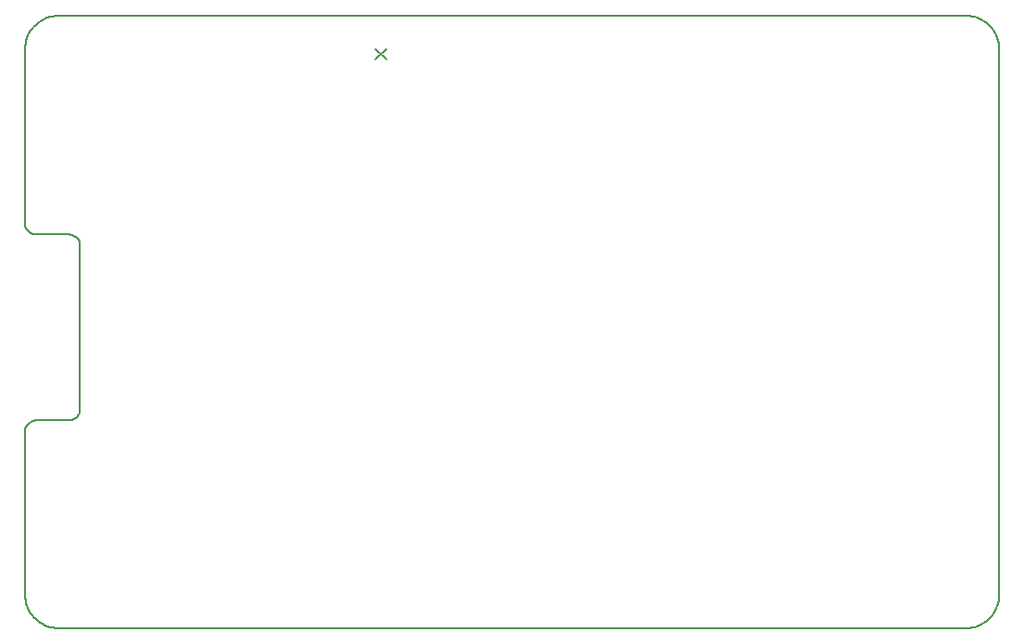
<source format=gm1>
G04*
G04 #@! TF.GenerationSoftware,Altium Limited,Altium Designer,21.7.1 (17)*
G04*
G04 Layer_Color=16711935*
%FSLAX25Y25*%
%MOIN*%
G70*
G04*
G04 #@! TF.SameCoordinates,805F3405-D18D-4A14-B230-685FC2141578*
G04*
G04*
G04 #@! TF.FilePolarity,Positive*
G04*
G01*
G75*
%ADD14C,0.00500*%
D14*
X11811Y220472D02*
X10836Y220432D01*
X9867Y220311D01*
X8912Y220111D01*
X7976Y219832D01*
X7067Y219478D01*
X6190Y219049D01*
X5351Y218549D01*
X4557Y217982D01*
X3812Y217351D01*
X3121Y216661D01*
X2490Y215916D01*
X1923Y215121D01*
X1424Y214283D01*
X995Y213406D01*
X640Y212496D01*
X361Y211561D01*
X161Y210606D01*
X40Y209637D01*
X0Y208661D01*
X350394Y208661D02*
X350353Y209637D01*
X350233Y210605D01*
X350032Y211561D01*
X349754Y212496D01*
X349399Y213406D01*
X348970Y214283D01*
X348470Y215121D01*
X347903Y215916D01*
X347272Y216661D01*
X346582Y217351D01*
X345837Y217982D01*
X345043Y218549D01*
X344204Y219049D01*
X343327Y219478D01*
X342418Y219832D01*
X341482Y220111D01*
X340527Y220311D01*
X339558Y220432D01*
X338583Y220472D01*
X338583Y0D02*
X339558Y40D01*
X340527Y161D01*
X341482Y361D01*
X342418Y640D01*
X343327Y995D01*
X344204Y1424D01*
X345043Y1923D01*
X345837Y2490D01*
X346582Y3121D01*
X347272Y3812D01*
X347903Y4557D01*
X348470Y5351D01*
X348970Y6190D01*
X349399Y7067D01*
X349754Y7976D01*
X350032Y8912D01*
X350233Y9867D01*
X350353Y10836D01*
X350394Y11811D01*
X0Y11811D02*
X40Y10836D01*
X161Y9867D01*
X361Y8912D01*
X640Y7976D01*
X995Y7067D01*
X1424Y6190D01*
X1923Y5351D01*
X2490Y4557D01*
X3121Y3812D01*
X3812Y3121D01*
X4557Y2490D01*
X5351Y1923D01*
X6190Y1424D01*
X7067Y995D01*
X7976Y640D01*
X8912Y361D01*
X9867Y161D01*
X10836Y40D01*
X11811Y0D01*
X-0Y145669D02*
X134Y144650D01*
X527Y143701D01*
X1153Y142885D01*
X1969Y142260D01*
X2918Y141866D01*
X3937Y141732D01*
X19685Y137795D02*
X19551Y138814D01*
X19158Y139764D01*
X18532Y140579D01*
X17717Y141205D01*
X16767Y141598D01*
X15748Y141732D01*
X15748Y74803D02*
X16767Y74937D01*
X17717Y75331D01*
X18532Y75956D01*
X19158Y76772D01*
X19551Y77721D01*
X19685Y78740D01*
X3937Y74803D02*
X2918Y74669D01*
X1969Y74276D01*
X1153Y73650D01*
X527Y72835D01*
X134Y71885D01*
X0Y70866D01*
X11811Y220472D02*
X338583D01*
X350394Y11811D02*
Y208661D01*
X11811Y0D02*
X338583D01*
X0Y145669D02*
Y208661D01*
X3937Y141732D02*
X15748D01*
X0Y11811D02*
Y70866D01*
X19685Y78740D02*
Y137795D01*
X3937Y74803D02*
X15748D01*
X125984Y204724D02*
X129921Y208661D01*
X125984D02*
X129921Y204724D01*
M02*

</source>
